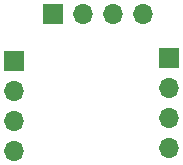
<source format=gbl>
%TF.GenerationSoftware,KiCad,Pcbnew,(2017-10-17 revision 537804b)-master*%
%TF.CreationDate,2018-02-07T10:32:24+11:00*%
%TF.ProjectId,breakouts,627265616B6F7574732E6B696361645F,rev?*%
%TF.SameCoordinates,Original*%
%TF.FileFunction,Copper,L2,Bot*%
%TF.FilePolarity,Positive*%
%FSLAX46Y46*%
G04 Gerber Fmt 4.6, Leading zero omitted, Abs format (unit mm)*
G04 Created by KiCad (PCBNEW (2017-10-17 revision 537804b)-master) date Wednesday, 07 February 2018 'AMt' 10:32:24*
%MOMM*%
%LPD*%
G01*
G04 APERTURE LIST*
%TA.AperFunction,ComponentPad*%
%ADD10R,1.700000X1.700000*%
%TD*%
%TA.AperFunction,ComponentPad*%
%ADD11O,1.700000X1.700000*%
%TD*%
G04 APERTURE END LIST*
D10*
%TO.P,J1,1*%
%TO.N,Net-(J1-Pad1)*%
X126110000Y-96980000D03*
D11*
%TO.P,J1,2*%
%TO.N,Net-(J1-Pad2)*%
X128650000Y-96980000D03*
%TO.P,J1,3*%
%TO.N,Net-(J1-Pad3)*%
X131190000Y-96980000D03*
%TO.P,J1,4*%
%TO.N,Net-(J1-Pad4)*%
X133730000Y-96980000D03*
%TD*%
D10*
%TO.P,J2,1*%
%TO.N,Net-(J2-Pad1)*%
X135920000Y-100780000D03*
D11*
%TO.P,J2,2*%
%TO.N,Net-(J2-Pad2)*%
X135920000Y-103320000D03*
%TO.P,J2,3*%
%TO.N,Net-(J2-Pad3)*%
X135920000Y-105860000D03*
%TO.P,J2,4*%
%TO.N,Net-(J2-Pad4)*%
X135920000Y-108400000D03*
%TD*%
%TO.P,J3,4*%
%TO.N,Net-(J3-Pad4)*%
X122860000Y-108620000D03*
%TO.P,J3,3*%
%TO.N,Net-(J3-Pad3)*%
X122860000Y-106080000D03*
%TO.P,J3,2*%
%TO.N,Net-(J3-Pad2)*%
X122860000Y-103540000D03*
D10*
%TO.P,J3,1*%
%TO.N,Net-(J3-Pad1)*%
X122860000Y-101000000D03*
%TD*%
M02*

</source>
